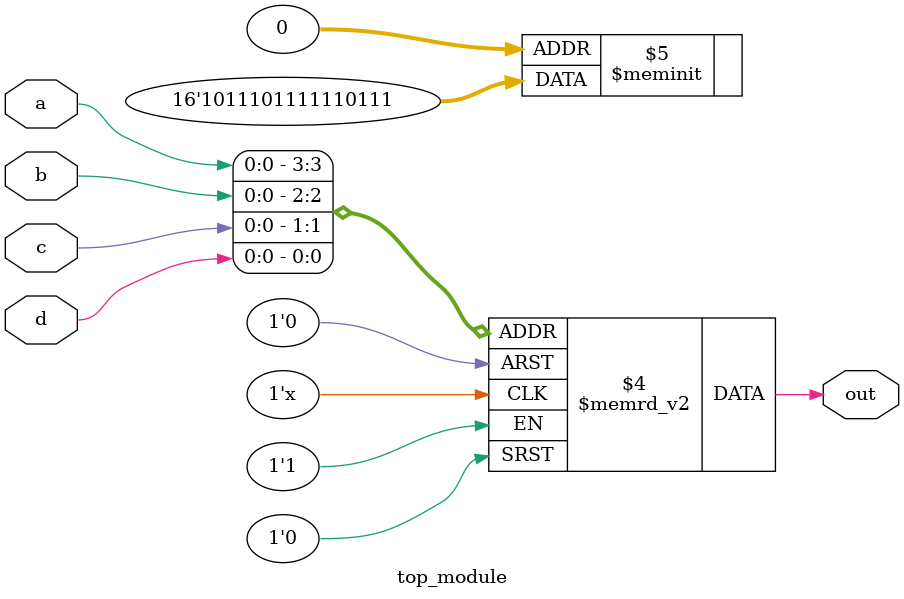
<source format=sv>
module top_module (
    input a, 
    input b,
    input c,
    input d,
    output reg out
);

always @(*) begin
    case ({a, b, c, d})
        4'b0000: out = 1'b1;
        4'b0001: out = 1'b1;
        4'b0011: out = 1'b0;
        4'b0010: out = 1'b1;
        4'b0100: out = 1'b1;
        4'b0101: out = 1'b1;
        4'b0111: out = 1'b1;
        4'b0110: out = 1'b1;
        4'b1000: out = 1'b1;
        4'b1001: out = 1'b1;
        4'b1011: out = 1'b1;
        4'b1010: out = 1'b0;
        4'b1100: out = 1'b1;
        4'b1101: out = 1'b1;
        4'b1111: out = 1'b1;
        4'b1110: out = 1'b0;
    endcase
end

endmodule

</source>
